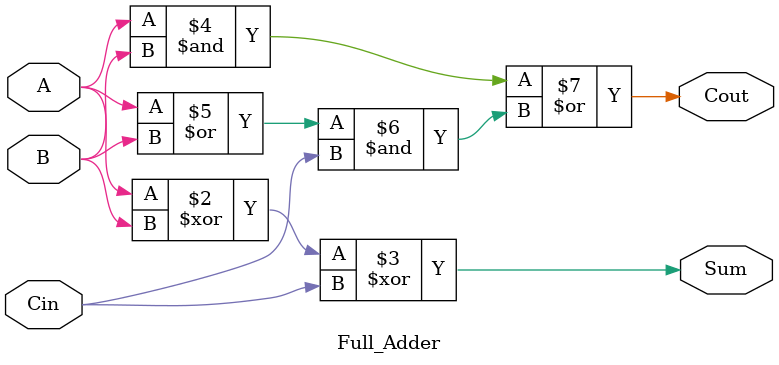
<source format=sv>
module Full_Adder(A,B,Cin,Sum,Cout);
  input A,B,Cin;
  output reg Sum,Cout; // Output is a reg in behavioral level
  
  always @(A,B,Cin)
    begin
      Sum=A^B^Cin; //sum = A xor B xor Cin
      Cout=(A&B)|((A|B)&Cin);  //Carry = AB+(A+B)Cin
    end
endmodule

</source>
